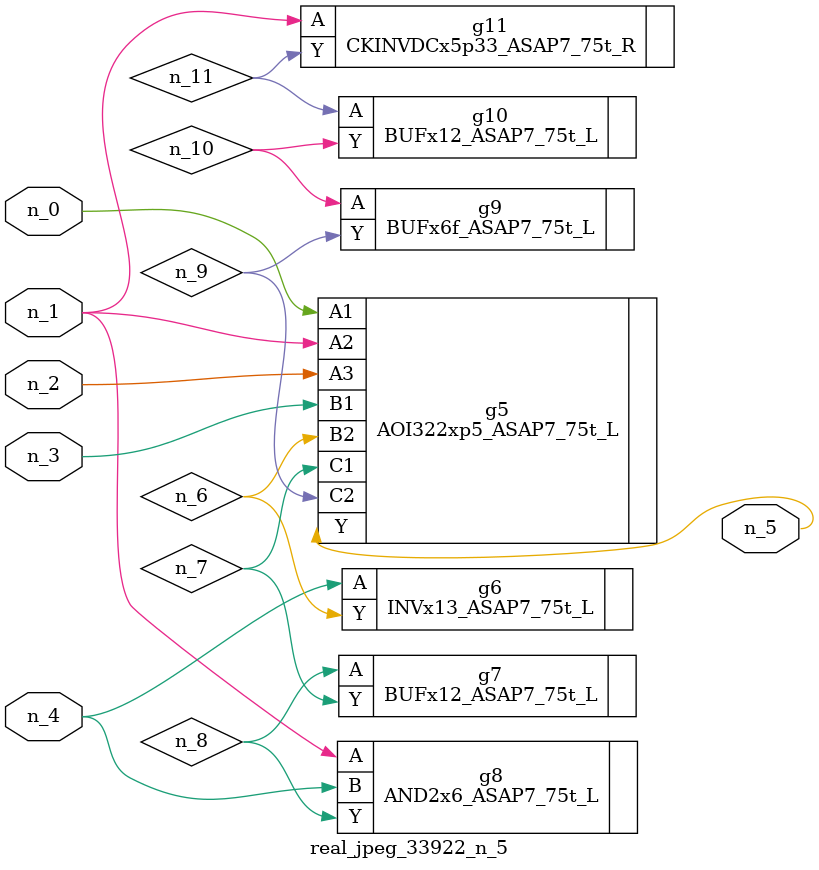
<source format=v>
module real_jpeg_33922_n_5 (n_4, n_0, n_1, n_2, n_3, n_5);

input n_4;
input n_0;
input n_1;
input n_2;
input n_3;

output n_5;

wire n_8;
wire n_11;
wire n_6;
wire n_7;
wire n_10;
wire n_9;

AOI322xp5_ASAP7_75t_L g5 ( 
.A1(n_0),
.A2(n_1),
.A3(n_2),
.B1(n_3),
.B2(n_6),
.C1(n_7),
.C2(n_9),
.Y(n_5)
);

AND2x6_ASAP7_75t_L g8 ( 
.A(n_1),
.B(n_4),
.Y(n_8)
);

CKINVDCx5p33_ASAP7_75t_R g11 ( 
.A(n_1),
.Y(n_11)
);

INVx13_ASAP7_75t_L g6 ( 
.A(n_4),
.Y(n_6)
);

BUFx12_ASAP7_75t_L g7 ( 
.A(n_8),
.Y(n_7)
);

BUFx6f_ASAP7_75t_L g9 ( 
.A(n_10),
.Y(n_9)
);

BUFx12_ASAP7_75t_L g10 ( 
.A(n_11),
.Y(n_10)
);


endmodule
</source>
